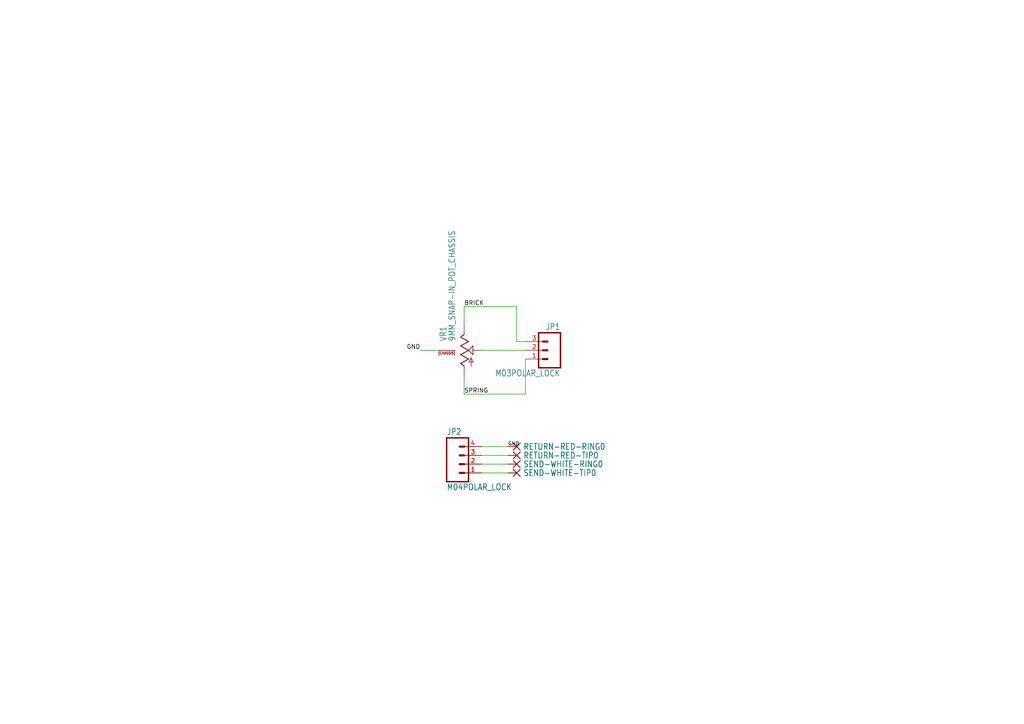
<source format=kicad_sch>
(kicad_sch (version 20211123) (generator eeschema)
  (paper "A4")
  (lib_symbols
    (symbol "Spring_Rev2_expander-eagle-import:9MM_SNAP-IN_POT_CHASSIS"
      (property "Reference" "VR" (at -5.08 2.54 90))
      (property "Value" "9MM_SNAP-IN_POT_CHASSIS" (at -2.54 2.54 90))
      (symbol "9MM_SNAP-IN_POT_CHASSIS_1_0"
        (polyline (pts (xy -1.016 -3.81) (xy 1.27 -2.54)) (stroke (width 0.254)))
        (polyline (pts (xy -1.016 -1.27) (xy 1.27 0)) (stroke (width 0.254)))
        (polyline (pts (xy -1.016 1.27) (xy 1.27 2.54)) (stroke (width 0.254)))
        (polyline (pts (xy -1.016 3.81) (xy 0 4.572)) (stroke (width 0.254)))
        (polyline (pts (xy 0 -5.08) (xy 0 -4.572)) (stroke (width 0.1524)))
        (polyline (pts (xy 0 -4.572) (xy -1.016 -3.81)) (stroke (width 0.254)))
        (polyline (pts (xy 0 4.572) (xy 0 5.08)) (stroke (width 0.1524)))
        (polyline (pts (xy 1.27 -2.54) (xy -1.016 -1.27)) (stroke (width 0.254)))
        (polyline (pts (xy 1.27 0) (xy -1.016 1.27)) (stroke (width 0.254)))
        (polyline (pts (xy 1.27 0) (xy 2.54 1.27)) (stroke (width 0.2032)))
        (polyline (pts (xy 1.27 2.54) (xy -1.016 3.81)) (stroke (width 0.254)))
        (polyline (pts (xy 1.397 -3.429) (xy 2.032 -2.159)) (stroke (width 0.1524)))
        (polyline (pts (xy 2.032 -4.699) (xy 2.032 -2.159)) (stroke (width 0.1524)))
        (polyline (pts (xy 2.032 -2.159) (xy 2.667 -3.429)) (stroke (width 0.1524)))
        (polyline (pts (xy 2.54 -1.27) (xy 1.27 0)) (stroke (width 0.2032)))
        (polyline (pts (xy 2.54 1.27) (xy 2.54 -1.27)) (stroke (width 0.2032)))
        (polyline (pts (xy 2.667 -3.429) (xy 1.397 -3.429)) (stroke (width 0.1524)))
        (text "(CHASSIS)" (at -7.62 -1.27 0) (effects (font (size 0.762 0.6477)) (justify left bottom)))
        (pin passive line (at 0 -7.62 90) (length 2.54) (name "A") (number "1"))
        (pin passive line (at 5.08 0 180) (length 2.54) (name "S") (number "2"))
        (pin passive line (at 0 7.62 270) (length 2.54) (name "E") (number "3"))
        (pin passive line (at -7.62 0 0) (length 5.08) (name "P$1") (number "CHASSIS1"))
        (pin passive line (at -7.62 0 0) (length 5.08) (name "P$1") (number "CHASSIS2"))
      )
    )
    (symbol "Spring_Rev2_expander-eagle-import:M03POLAR_LOCK"
      (property "Reference" "JP" (at -2.54 5.842 0))
      (property "Value" "M03POLAR_LOCK" (at -2.54 -7.62 0))
      (symbol "M03POLAR_LOCK_1_0"
        (polyline (pts (xy -2.54 5.08) (xy -2.54 -5.08)) (stroke (width 0.4064)))
        (polyline (pts (xy -2.54 5.08) (xy 3.81 5.08)) (stroke (width 0.4064)))
        (polyline (pts (xy 1.27 -2.54) (xy 2.54 -2.54)) (stroke (width 0.6096)))
        (polyline (pts (xy 1.27 0) (xy 2.54 0)) (stroke (width 0.6096)))
        (polyline (pts (xy 1.27 2.54) (xy 2.54 2.54)) (stroke (width 0.6096)))
        (polyline (pts (xy 3.81 -5.08) (xy -2.54 -5.08)) (stroke (width 0.4064)))
        (polyline (pts (xy 3.81 -5.08) (xy 3.81 5.08)) (stroke (width 0.4064)))
        (pin passive line (at 7.62 -2.54 180) (length 5.08) (name "1") (number "1"))
        (pin passive line (at 7.62 0 180) (length 5.08) (name "2") (number "2"))
        (pin passive line (at 7.62 2.54 180) (length 5.08) (name "3") (number "3"))
      )
    )
    (symbol "Spring_Rev2_expander-eagle-import:M04POLAR_LOCK"
      (property "Reference" "JP" (at -5.08 8.382 0))
      (property "Value" "M04POLAR_LOCK" (at -5.08 -7.62 0))
      (symbol "M04POLAR_LOCK_1_0"
        (polyline (pts (xy -5.08 7.62) (xy -5.08 -5.08)) (stroke (width 0.4064)))
        (polyline (pts (xy -5.08 7.62) (xy 1.27 7.62)) (stroke (width 0.4064)))
        (polyline (pts (xy -1.27 -2.54) (xy 0 -2.54)) (stroke (width 0.6096)))
        (polyline (pts (xy -1.27 0) (xy 0 0)) (stroke (width 0.6096)))
        (polyline (pts (xy -1.27 2.54) (xy 0 2.54)) (stroke (width 0.6096)))
        (polyline (pts (xy -1.27 5.08) (xy 0 5.08)) (stroke (width 0.6096)))
        (polyline (pts (xy 1.27 -5.08) (xy -5.08 -5.08)) (stroke (width 0.4064)))
        (polyline (pts (xy 1.27 -5.08) (xy 1.27 7.62)) (stroke (width 0.4064)))
        (pin passive line (at 5.08 -2.54 180) (length 5.08) (name "1") (number "1"))
        (pin passive line (at 5.08 0 180) (length 5.08) (name "2") (number "2"))
        (pin passive line (at 5.08 2.54 180) (length 5.08) (name "3") (number "3"))
        (pin passive line (at 5.08 5.08 180) (length 5.08) (name "4") (number "4"))
      )
    )
    (symbol "Spring_Rev2_expander-eagle-import:PAD-1.00-2.00"
      (property "Reference" "X" (at -1.905 0 0))
      (symbol "PAD-1.00-2.00_1_0"
        (polyline (pts (xy -1.016 -1.016) (xy 1.016 1.016)) (stroke (width 0.254)))
        (polyline (pts (xy -1.016 1.016) (xy 1.016 -1.016)) (stroke (width 0.254)))
        (pin passive line (at 2.54 0 180) (length 2.54) (name "P") (number "1"))
      )
    )
  )
  (wire (pts (xy 134.62 114.3) (xy 152.4 114.3)))
  (wire (pts (xy 147.32 137.16) (xy 139.7 137.16)))
  (wire (pts (xy 134.62 109.22) (xy 134.62 114.3)))
  (wire (pts (xy 134.62 93.98) (xy 134.62 88.9)))
  (wire (pts (xy 149.86 99.06) (xy 152.4 99.06)))
  (wire (pts (xy 121.92 101.6) (xy 127 101.6)))
  (wire (pts (xy 147.32 132.08) (xy 139.7 132.08)))
  (wire (pts (xy 149.86 88.9) (xy 149.86 99.06)))
  (wire (pts (xy 134.62 88.9) (xy 149.86 88.9)))
  (wire (pts (xy 147.32 134.62) (xy 139.7 134.62)))
  (wire (pts (xy 147.32 129.54) (xy 139.7 129.54)))
  (wire (pts (xy 152.4 101.6) (xy 139.7 101.6)))
  (wire (pts (xy 152.4 114.3) (xy 152.4 104.14)))
  (label "GND" (at 121.92 101.6 180) (effects (font (size 1.2446 1.2446))))
  (label "BRICK" (at 134.62 88.9 0) (effects (font (size 1.2446 1.2446))))
  (label "SPRING" (at 134.62 114.3 0) (effects (font (size 1.2446 1.2446))))
  (label "GND" (at 147.32 129.54 0) (effects (font (size 1.016 1.016))))
  (symbol (lib_id "Spring_Rev2_expander-eagle-import:M04POLAR_LOCK") (at 134.62 134.62 0) (unit 1)
    (property "Reference" "JP2" (at 129.54 126.238 0) (effects (font (size 1.778 1.5113)) (justify left bottom)))
    (property "Value" "M04POLAR_LOCK" (at 129.54 142.24 0) (effects (font (size 1.778 1.5113)) (justify left bottom)))
    (property "Footprint" "Spring_Rev2_expander:MOLEX-1X4_LOCK" (effects hide))
  )
  (symbol (lib_id "Spring_Rev2_expander-eagle-import:PAD-1.00-2.00") (at 149.86 132.08 180) (unit 1)
    (property "Reference" "RETURN-RED-TIP0" (at 151.765 132.08 0) (effects (font (size 1.778 1.5113)) (justify right)))
    (property "Value" "PAD-1.00-2.00" (effects hide))
    (property "Footprint" "Spring_Rev2_expander:PAD-1.00-2.00" (effects hide))
  )
  (symbol (lib_id "Spring_Rev2_expander-eagle-import:PAD-1.00-2.00") (at 149.86 134.62 180) (unit 1)
    (property "Reference" "SEND-WHITE-RING0" (at 151.765 134.62 0) (effects (font (size 1.778 1.5113)) (justify right)))
    (property "Value" "PAD-1.00-2.00" (effects hide))
    (property "Footprint" "Spring_Rev2_expander:PAD-1.00-2.00" (effects hide))
  )
  (symbol (lib_id "Spring_Rev2_expander-eagle-import:M03POLAR_LOCK") (at 160.02 101.6 0) (mirror y) (unit 1)
    (property "Reference" "JP1" (at 162.56 95.758 0) (effects (font (size 1.778 1.5113)) (justify left bottom)))
    (property "Value" "M03POLAR_LOCK" (at 162.56 109.22 0) (effects (font (size 1.778 1.5113)) (justify left bottom)))
    (property "Footprint" "Spring_Rev2_expander:MOLEX-1X3_LOCK" (effects hide))
  )
  (symbol (lib_id "Spring_Rev2_expander-eagle-import:PAD-1.00-2.00") (at 149.86 137.16 180) (unit 1)
    (property "Reference" "SEND-WHITE-TIP0" (at 151.765 137.16 0) (effects (font (size 1.778 1.5113)) (justify right)))
    (property "Value" "PAD-1.00-2.00" (effects hide))
    (property "Footprint" "Spring_Rev2_expander:PAD-1.00-2.00" (effects hide))
  )
  (symbol (lib_id "Spring_Rev2_expander-eagle-import:9MM_SNAP-IN_POT_CHASSIS") (at 134.62 101.6 0) (unit 1)
    (property "Reference" "VR1" (at 129.54 99.06 90) (effects (font (size 1.778 1.5113)) (justify left bottom)))
    (property "Value" "9MM_SNAP-IN_POT_CHASSIS" (at 132.08 99.06 90) (effects (font (size 1.778 1.5113)) (justify left bottom)))
    (property "Footprint" "Spring_Rev2_expander:9MM_SNAP-IN_POT" (effects hide))
  )
  (symbol (lib_id "Spring_Rev2_expander-eagle-import:PAD-1.00-2.00") (at 149.86 129.54 180) (unit 1)
    (property "Reference" "RETURN-RED-RING0" (at 151.765 129.54 0) (effects (font (size 1.778 1.5113)) (justify right)))
    (property "Value" "PAD-1.00-2.00" (effects hide))
    (property "Footprint" "Spring_Rev2_expander:PAD-1.00-2.00" (effects hide))
  )
)
</source>
